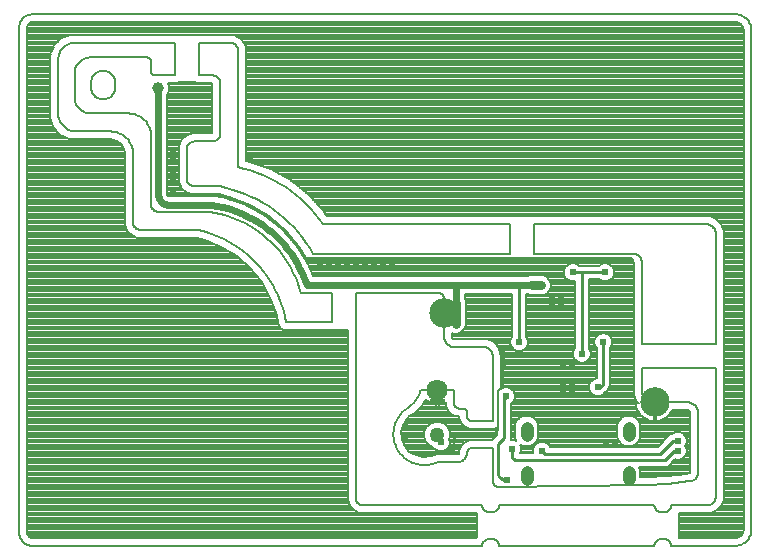
<source format=gbl>
G75*
G70*
%OFA0B0*%
%FSLAX24Y24*%
%IPPOS*%
%LPD*%
%AMOC8*
5,1,8,0,0,1.08239X$1,22.5*
%
%ADD10C,0.0050*%
%ADD11C,0.0004*%
%ADD12C,0.0433*%
%ADD13C,0.0500*%
%ADD14C,0.0709*%
%ADD15C,0.0984*%
%ADD16C,0.0240*%
%ADD17C,0.0080*%
%ADD18C,0.0220*%
%ADD19C,0.0100*%
%ADD20C,0.0200*%
%ADD21C,0.0240*%
%ADD22C,0.0390*%
%ADD23C,0.0300*%
%ADD24C,0.0280*%
D10*
X000929Y000534D02*
X015972Y000534D01*
X015972Y000562D01*
X015976Y000590D01*
X015983Y000617D01*
X015994Y000643D01*
X016008Y000667D01*
X016025Y000689D01*
X016045Y000709D01*
X016067Y000726D01*
X016091Y000740D01*
X016117Y000751D01*
X016144Y000758D01*
X016172Y000762D01*
X016322Y000762D01*
X016350Y000758D01*
X016377Y000751D01*
X016403Y000740D01*
X016427Y000726D01*
X016449Y000709D01*
X016469Y000689D01*
X016486Y000667D01*
X016500Y000643D01*
X016511Y000617D01*
X016518Y000590D01*
X016522Y000562D01*
X016522Y000534D01*
X021709Y000534D01*
X021709Y000562D01*
X021713Y000590D01*
X021720Y000617D01*
X021731Y000643D01*
X021745Y000667D01*
X021762Y000689D01*
X021782Y000709D01*
X021804Y000726D01*
X021828Y000740D01*
X021854Y000751D01*
X021881Y000758D01*
X021909Y000762D01*
X022059Y000762D01*
X022088Y000758D01*
X022115Y000751D01*
X022141Y000741D01*
X022166Y000727D01*
X022189Y000710D01*
X022209Y000690D01*
X022227Y000668D01*
X022241Y000643D01*
X022253Y000617D01*
X022260Y000590D01*
X022264Y000562D01*
X022265Y000534D01*
X022264Y000534D02*
X024328Y000534D01*
X024327Y000533D02*
X024374Y000530D01*
X024420Y000531D01*
X024466Y000536D01*
X024512Y000544D01*
X024556Y000557D01*
X024600Y000573D01*
X024642Y000592D01*
X024682Y000615D01*
X024720Y000641D01*
X024756Y000671D01*
X024790Y000703D01*
X024821Y000737D01*
X024848Y000775D01*
X024873Y000814D01*
X024894Y000855D01*
X024912Y000898D01*
X024926Y000942D01*
X024936Y000987D01*
X024943Y001033D01*
X024943Y001034D02*
X024943Y017752D01*
X024943Y017753D02*
X024936Y017798D01*
X024926Y017844D01*
X024911Y017888D01*
X024894Y017930D01*
X024872Y017971D01*
X024848Y018011D01*
X024820Y018048D01*
X024789Y018082D01*
X024756Y018114D01*
X024720Y018143D01*
X024682Y018170D01*
X024641Y018192D01*
X024599Y018212D01*
X024556Y018228D01*
X024511Y018240D01*
X024466Y018248D01*
X024420Y018253D01*
X024374Y018254D01*
X024327Y018251D01*
X024328Y018250D02*
X000929Y018250D01*
X000930Y018250D02*
X000889Y018243D01*
X000849Y018233D01*
X000809Y018219D01*
X000772Y018201D01*
X000736Y018180D01*
X000702Y018156D01*
X000671Y018129D01*
X000642Y018099D01*
X000616Y018066D01*
X000593Y018032D01*
X000574Y017995D01*
X000558Y017956D01*
X000546Y017917D01*
X000537Y017876D01*
X000532Y017835D01*
X000531Y017793D01*
X000534Y017752D01*
X000534Y001034D01*
X000531Y000993D01*
X000532Y000951D01*
X000537Y000910D01*
X000545Y000869D01*
X000558Y000829D01*
X000574Y000791D01*
X000593Y000754D01*
X000616Y000719D01*
X000642Y000686D01*
X000670Y000656D01*
X000702Y000629D01*
X000736Y000604D01*
X000772Y000583D01*
X000809Y000565D01*
X000848Y000551D01*
X000889Y000541D01*
X000930Y000534D01*
X009437Y007981D02*
X009399Y008165D01*
X009352Y008348D01*
X009296Y008528D01*
X009232Y008705D01*
X009159Y008878D01*
X009077Y009048D01*
X008988Y009214D01*
X008890Y009375D01*
X008785Y009532D01*
X008672Y009683D01*
X008552Y009828D01*
X008425Y009967D01*
X008291Y010100D01*
X008151Y010226D01*
X008005Y010345D01*
X007854Y010457D01*
X007697Y010562D01*
X007535Y010659D01*
X007369Y010747D01*
X007199Y010828D01*
X007025Y010900D01*
X006847Y010964D01*
X006667Y011019D01*
X006484Y011065D01*
X004578Y011065D01*
X004548Y011067D01*
X004518Y011072D01*
X004489Y011081D01*
X004462Y011094D01*
X004436Y011109D01*
X004412Y011128D01*
X004391Y011149D01*
X004372Y011173D01*
X004357Y011199D01*
X004344Y011226D01*
X004335Y011255D01*
X004330Y011285D01*
X004328Y011315D01*
X004328Y013595D01*
X004326Y013649D01*
X004320Y013702D01*
X004311Y013754D01*
X004298Y013806D01*
X004281Y013857D01*
X004260Y013907D01*
X004236Y013954D01*
X004209Y014000D01*
X004178Y014044D01*
X004145Y014086D01*
X004108Y014125D01*
X004069Y014162D01*
X004027Y014195D01*
X003983Y014226D01*
X003937Y014253D01*
X003890Y014277D01*
X003840Y014298D01*
X003789Y014315D01*
X003737Y014328D01*
X003685Y014337D01*
X003632Y014343D01*
X003578Y014345D01*
X002387Y014345D01*
X002341Y014350D01*
X002296Y014359D01*
X002251Y014371D01*
X002207Y014386D01*
X002165Y014405D01*
X002124Y014428D01*
X002085Y014453D01*
X002048Y014481D01*
X002014Y014512D01*
X001982Y014546D01*
X001953Y014582D01*
X001927Y014621D01*
X001903Y014661D01*
X001884Y014703D01*
X001867Y014746D01*
X001854Y014791D01*
X001844Y014836D01*
X001838Y014882D01*
X001836Y014928D01*
X001837Y014975D01*
X001837Y016756D01*
X001839Y016801D01*
X001845Y016847D01*
X001854Y016891D01*
X001867Y016935D01*
X001883Y016977D01*
X001903Y017018D01*
X001927Y017057D01*
X001953Y017094D01*
X001982Y017129D01*
X002014Y017161D01*
X002049Y017190D01*
X002086Y017216D01*
X002125Y017240D01*
X002166Y017260D01*
X002208Y017276D01*
X002252Y017289D01*
X002296Y017298D01*
X002342Y017304D01*
X002387Y017306D01*
X005733Y017306D01*
X005733Y016215D01*
X005078Y016215D01*
X005055Y016217D01*
X005032Y016222D01*
X005010Y016231D01*
X004990Y016244D01*
X004972Y016259D01*
X004957Y016277D01*
X004944Y016297D01*
X004935Y016319D01*
X004930Y016342D01*
X004928Y016365D01*
X004928Y016665D01*
X004926Y016688D01*
X004921Y016711D01*
X004912Y016733D01*
X004899Y016753D01*
X004884Y016771D01*
X004866Y016786D01*
X004846Y016799D01*
X004824Y016808D01*
X004801Y016813D01*
X004778Y016815D01*
X002928Y016815D01*
X002883Y016813D01*
X002837Y016807D01*
X002793Y016798D01*
X002749Y016785D01*
X002707Y016769D01*
X002666Y016749D01*
X002627Y016725D01*
X002590Y016699D01*
X002555Y016670D01*
X002523Y016638D01*
X002494Y016603D01*
X002468Y016566D01*
X002444Y016527D01*
X002424Y016486D01*
X002408Y016444D01*
X002395Y016400D01*
X002386Y016356D01*
X002380Y016310D01*
X002378Y016265D01*
X002378Y015495D01*
X002380Y015450D01*
X002386Y015404D01*
X002395Y015360D01*
X002408Y015316D01*
X002424Y015274D01*
X002444Y015233D01*
X002468Y015194D01*
X002494Y015157D01*
X002523Y015122D01*
X002555Y015090D01*
X002590Y015061D01*
X002627Y015035D01*
X002666Y015011D01*
X002707Y014991D01*
X002749Y014975D01*
X002793Y014962D01*
X002837Y014953D01*
X002883Y014947D01*
X002928Y014945D01*
X004178Y014945D01*
X004232Y014943D01*
X004285Y014937D01*
X004337Y014928D01*
X004389Y014915D01*
X004440Y014898D01*
X004490Y014877D01*
X004537Y014853D01*
X004583Y014826D01*
X004627Y014795D01*
X004669Y014762D01*
X004708Y014725D01*
X004745Y014686D01*
X004778Y014644D01*
X004809Y014600D01*
X004836Y014554D01*
X004860Y014507D01*
X004881Y014457D01*
X004898Y014406D01*
X004911Y014354D01*
X004920Y014302D01*
X004926Y014249D01*
X004928Y014195D01*
X004928Y011915D01*
X004930Y011885D01*
X004935Y011855D01*
X004944Y011826D01*
X004957Y011799D01*
X004972Y011773D01*
X004991Y011749D01*
X005012Y011728D01*
X005036Y011709D01*
X005062Y011694D01*
X005089Y011681D01*
X005118Y011672D01*
X005148Y011667D01*
X005178Y011665D01*
X006878Y011665D01*
X007228Y012515D02*
X006378Y012515D01*
X006348Y012517D01*
X006318Y012522D01*
X006289Y012531D01*
X006262Y012544D01*
X006236Y012559D01*
X006212Y012578D01*
X006191Y012599D01*
X006172Y012623D01*
X006157Y012649D01*
X006144Y012676D01*
X006135Y012705D01*
X006130Y012735D01*
X006128Y012765D01*
X006128Y013765D01*
X006130Y013795D01*
X006135Y013825D01*
X006144Y013854D01*
X006157Y013881D01*
X006172Y013907D01*
X006191Y013931D01*
X006212Y013952D01*
X006236Y013971D01*
X006262Y013986D01*
X006289Y013999D01*
X006318Y014008D01*
X006348Y014013D01*
X006378Y014015D01*
X006978Y014015D01*
X007008Y014017D01*
X007038Y014022D01*
X007067Y014031D01*
X007094Y014044D01*
X007120Y014059D01*
X007144Y014078D01*
X007165Y014099D01*
X007184Y014123D01*
X007199Y014149D01*
X007212Y014176D01*
X007221Y014205D01*
X007226Y014235D01*
X007228Y014265D01*
X007228Y015965D01*
X007226Y015995D01*
X007221Y016025D01*
X007212Y016054D01*
X007199Y016081D01*
X007184Y016107D01*
X007165Y016131D01*
X007144Y016152D01*
X007120Y016171D01*
X007094Y016186D01*
X007067Y016199D01*
X007038Y016208D01*
X007008Y016213D01*
X006978Y016215D01*
X006521Y016215D01*
X006521Y017306D01*
X007568Y017306D01*
X007569Y017306D02*
X007599Y017304D01*
X007628Y017299D01*
X007657Y017291D01*
X007684Y017279D01*
X007710Y017263D01*
X007734Y017245D01*
X007755Y017224D01*
X007774Y017201D01*
X007790Y017175D01*
X007802Y017148D01*
X007811Y017119D01*
X007817Y017090D01*
X007819Y017060D01*
X007818Y017060D02*
X007818Y013156D01*
X010657Y011256D02*
X016908Y011256D01*
X016908Y010259D01*
X010328Y010259D01*
X009928Y008965D02*
X010960Y008965D01*
X010960Y007981D01*
X009437Y007981D01*
X011747Y008965D02*
X011747Y002142D01*
X011747Y002141D02*
X011748Y002112D01*
X011752Y002083D01*
X011760Y002054D01*
X011771Y002027D01*
X011786Y002001D01*
X011803Y001977D01*
X011823Y001955D01*
X011846Y001936D01*
X011871Y001920D01*
X011897Y001907D01*
X011925Y001897D01*
X011954Y001891D01*
X011984Y001888D01*
X011983Y001888D02*
X015972Y001888D01*
X015972Y001860D01*
X015976Y001832D01*
X015983Y001805D01*
X015994Y001779D01*
X016008Y001755D01*
X016025Y001733D01*
X016045Y001713D01*
X016067Y001696D01*
X016091Y001682D01*
X016117Y001671D01*
X016144Y001664D01*
X016172Y001660D01*
X016322Y001660D01*
X016350Y001664D01*
X016377Y001671D01*
X016403Y001682D01*
X016427Y001696D01*
X016449Y001713D01*
X016469Y001733D01*
X016486Y001755D01*
X016500Y001779D01*
X016511Y001805D01*
X016518Y001832D01*
X016522Y001860D01*
X016522Y001888D01*
X021709Y001888D01*
X021709Y001860D01*
X021713Y001832D01*
X021720Y001805D01*
X021731Y001779D01*
X021745Y001755D01*
X021762Y001733D01*
X021782Y001713D01*
X021804Y001696D01*
X021828Y001682D01*
X021854Y001671D01*
X021881Y001664D01*
X021909Y001660D01*
X022059Y001660D01*
X022088Y001664D01*
X022115Y001671D01*
X022141Y001681D01*
X022166Y001695D01*
X022189Y001712D01*
X022209Y001732D01*
X022227Y001754D01*
X022241Y001779D01*
X022253Y001805D01*
X022260Y001832D01*
X022264Y001860D01*
X022265Y001888D01*
X022264Y001888D02*
X023464Y001888D01*
X023497Y001890D01*
X023530Y001896D01*
X023562Y001905D01*
X023592Y001918D01*
X023621Y001935D01*
X023648Y001954D01*
X023673Y001976D01*
X023695Y002001D01*
X023714Y002028D01*
X023730Y002058D01*
X023742Y002088D01*
X023751Y002120D01*
X023756Y002153D01*
X023758Y002186D01*
X023758Y006464D01*
X021278Y006464D01*
X021278Y005715D01*
X021282Y005676D01*
X021290Y005637D01*
X021301Y005600D01*
X021315Y005563D01*
X021333Y005528D01*
X021355Y005495D01*
X021379Y005464D01*
X021406Y005435D01*
X021435Y005409D01*
X021467Y005386D01*
X021500Y005365D01*
X021536Y005348D01*
X021573Y005334D01*
X021611Y005324D01*
X021649Y005317D01*
X021689Y005314D01*
X021728Y005315D01*
X022828Y005315D01*
X022827Y005316D02*
X022863Y005311D01*
X022899Y005303D01*
X022933Y005291D01*
X022967Y005276D01*
X022998Y005258D01*
X023028Y005237D01*
X023055Y005213D01*
X023080Y005186D01*
X023102Y005157D01*
X023121Y005126D01*
X023137Y005094D01*
X023150Y005059D01*
X023160Y005024D01*
X023166Y004988D01*
X023168Y004952D01*
X023167Y004916D01*
X023167Y004915D02*
X023167Y002977D01*
X023165Y002944D01*
X023160Y002912D01*
X023151Y002880D01*
X023138Y002849D01*
X023122Y002821D01*
X023103Y002794D01*
X023081Y002769D01*
X023056Y002747D01*
X023029Y002728D01*
X023001Y002712D01*
X022970Y002699D01*
X022938Y002690D01*
X022906Y002685D01*
X022873Y002683D01*
X021424Y002565D02*
X016564Y002479D01*
X016534Y002481D01*
X016504Y002486D01*
X016475Y002495D01*
X016448Y002508D01*
X016422Y002523D01*
X016398Y002542D01*
X016377Y002563D01*
X016358Y002587D01*
X016343Y002613D01*
X016330Y002640D01*
X016321Y002669D01*
X016316Y002699D01*
X016314Y002729D01*
X016314Y003798D01*
X015645Y003798D01*
X015622Y003799D01*
X015599Y003796D01*
X015576Y003790D01*
X015555Y003780D01*
X015535Y003768D01*
X015517Y003753D01*
X015502Y003736D01*
X015489Y003716D01*
X015479Y003695D01*
X015472Y003673D01*
X015469Y003650D01*
X015468Y003649D02*
X015467Y003616D01*
X015462Y003583D01*
X015453Y003551D01*
X015442Y003520D01*
X015427Y003490D01*
X015409Y003462D01*
X015388Y003436D01*
X015365Y003412D01*
X015340Y003391D01*
X015312Y003372D01*
X015282Y003357D01*
X015251Y003345D01*
X015219Y003336D01*
X015186Y003330D01*
X015153Y003328D01*
X014493Y003328D01*
X014436Y003302D01*
X014377Y003280D01*
X014317Y003262D01*
X014255Y003248D01*
X014193Y003237D01*
X014131Y003230D01*
X014068Y003226D01*
X014005Y003227D01*
X013942Y003231D01*
X013880Y003239D01*
X013818Y003251D01*
X013757Y003267D01*
X013697Y003286D01*
X013639Y003309D01*
X013582Y003335D01*
X013526Y003365D01*
X013473Y003398D01*
X013421Y003434D01*
X013372Y003473D01*
X013326Y003515D01*
X013281Y003560D01*
X013240Y003608D01*
X013202Y003658D01*
X013167Y003710D01*
X013135Y003764D01*
X013106Y003820D01*
X013081Y003878D01*
X013059Y003937D01*
X013041Y003997D01*
X013027Y004058D01*
X013016Y004120D01*
X013009Y004183D01*
X013006Y004246D01*
X013007Y004308D01*
X013011Y004371D01*
X013020Y004434D01*
X013032Y004495D01*
X013048Y004556D01*
X013067Y004616D01*
X013090Y004675D01*
X013117Y004732D01*
X013147Y004787D01*
X013180Y004840D01*
X013216Y004892D01*
X013256Y004941D01*
X013298Y004987D01*
X013343Y005031D01*
X013391Y005072D01*
X013441Y005110D01*
X013928Y005738D02*
X015028Y005738D01*
X015028Y005288D01*
X015029Y005288D02*
X015028Y005264D01*
X015031Y005241D01*
X015038Y005219D01*
X015047Y005197D01*
X015059Y005177D01*
X015075Y005160D01*
X015092Y005144D01*
X015112Y005131D01*
X015133Y005121D01*
X015155Y005114D01*
X015178Y005111D01*
X015178Y005110D02*
X015318Y005110D01*
X015341Y005106D01*
X015363Y005100D01*
X015384Y005091D01*
X015403Y005078D01*
X015421Y005063D01*
X015436Y005046D01*
X015448Y005027D01*
X015458Y005006D01*
X015464Y004984D01*
X015468Y004961D01*
X015468Y004938D01*
X015468Y004876D01*
X015469Y004876D02*
X015468Y004853D01*
X015471Y004830D01*
X015477Y004808D01*
X015486Y004787D01*
X015498Y004767D01*
X015512Y004749D01*
X015529Y004733D01*
X015548Y004720D01*
X015569Y004710D01*
X015591Y004703D01*
X015614Y004699D01*
X015613Y004698D02*
X016314Y004698D01*
X016314Y006881D01*
X016314Y006880D02*
X016310Y006913D01*
X016303Y006944D01*
X016293Y006975D01*
X016279Y007005D01*
X016262Y007032D01*
X016242Y007058D01*
X016219Y007081D01*
X016193Y007101D01*
X016166Y007119D01*
X016137Y007133D01*
X016106Y007144D01*
X016074Y007152D01*
X016042Y007155D01*
X016010Y007156D01*
X016009Y007156D02*
X015014Y007156D01*
X014979Y007160D01*
X014944Y007169D01*
X014910Y007180D01*
X014878Y007195D01*
X014847Y007214D01*
X014819Y007236D01*
X014793Y007260D01*
X014770Y007287D01*
X014749Y007316D01*
X014732Y007348D01*
X014718Y007381D01*
X014708Y007415D01*
X014701Y007450D01*
X014698Y007485D01*
X014699Y007521D01*
X014699Y008765D01*
X014700Y008765D02*
X014697Y008792D01*
X014690Y008819D01*
X014680Y008845D01*
X014666Y008869D01*
X014650Y008891D01*
X014630Y008911D01*
X014609Y008928D01*
X014585Y008942D01*
X014560Y008953D01*
X014533Y008960D01*
X014506Y008964D01*
X014478Y008965D01*
X011747Y008965D01*
X013928Y005738D02*
X013910Y005678D01*
X013888Y005619D01*
X013862Y005562D01*
X013833Y005506D01*
X013801Y005453D01*
X013765Y005401D01*
X013727Y005351D01*
X013686Y005304D01*
X013641Y005259D01*
X013595Y005218D01*
X013545Y005179D01*
X013494Y005143D01*
X013440Y005110D01*
X010657Y011256D02*
X010530Y011434D01*
X010394Y011605D01*
X010250Y011770D01*
X010099Y011928D01*
X009940Y012078D01*
X009774Y012221D01*
X009601Y012356D01*
X009422Y012482D01*
X009238Y012599D01*
X009047Y012707D01*
X008852Y012806D01*
X008653Y012896D01*
X008449Y012976D01*
X008242Y013046D01*
X008031Y013106D01*
X007818Y013156D01*
X003728Y015815D02*
X003728Y015965D01*
X003726Y016004D01*
X003720Y016043D01*
X003711Y016081D01*
X003698Y016118D01*
X003681Y016154D01*
X003661Y016187D01*
X003637Y016219D01*
X003611Y016248D01*
X003582Y016274D01*
X003550Y016298D01*
X003517Y016318D01*
X003481Y016335D01*
X003444Y016348D01*
X003406Y016357D01*
X003367Y016363D01*
X003328Y016365D01*
X003289Y016363D01*
X003250Y016357D01*
X003212Y016348D01*
X003175Y016335D01*
X003139Y016318D01*
X003106Y016298D01*
X003074Y016274D01*
X003045Y016248D01*
X003019Y016219D01*
X002995Y016187D01*
X002975Y016154D01*
X002958Y016118D01*
X002945Y016081D01*
X002936Y016043D01*
X002930Y016004D01*
X002928Y015965D01*
X002928Y015815D01*
X002930Y015776D01*
X002936Y015737D01*
X002945Y015699D01*
X002958Y015662D01*
X002975Y015626D01*
X002995Y015593D01*
X003019Y015561D01*
X003045Y015532D01*
X003074Y015506D01*
X003106Y015482D01*
X003139Y015462D01*
X003175Y015445D01*
X003212Y015432D01*
X003250Y015423D01*
X003289Y015417D01*
X003328Y015415D01*
X003367Y015417D01*
X003406Y015423D01*
X003444Y015432D01*
X003481Y015445D01*
X003517Y015462D01*
X003550Y015482D01*
X003582Y015506D01*
X003611Y015532D01*
X003637Y015561D01*
X003661Y015593D01*
X003681Y015626D01*
X003698Y015662D01*
X003711Y015699D01*
X003720Y015737D01*
X003726Y015776D01*
X003728Y015815D01*
X007228Y012515D02*
X007443Y012468D01*
X007655Y012410D01*
X007864Y012342D01*
X008070Y012264D01*
X008271Y012176D01*
X008469Y012079D01*
X008661Y011972D01*
X008847Y011856D01*
X009028Y011730D01*
X009203Y011597D01*
X009371Y011455D01*
X009532Y011305D01*
X009685Y011147D01*
X009831Y010983D01*
X009968Y010811D01*
X010097Y010633D01*
X010217Y010449D01*
X010328Y010259D01*
X009928Y008965D02*
X009877Y009137D01*
X009818Y009307D01*
X009751Y009474D01*
X009675Y009637D01*
X009592Y009797D01*
X009501Y009952D01*
X009403Y010102D01*
X009298Y010248D01*
X009185Y010388D01*
X009066Y010523D01*
X008941Y010652D01*
X008809Y010774D01*
X008671Y010890D01*
X008528Y010999D01*
X008380Y011101D01*
X008227Y011195D01*
X008070Y011282D01*
X007909Y011362D01*
X007744Y011433D01*
X007576Y011496D01*
X007404Y011551D01*
X007231Y011598D01*
X007055Y011636D01*
X006878Y011665D01*
X017695Y011256D02*
X017695Y010259D01*
X021028Y010259D01*
X021058Y010258D01*
X021087Y010253D01*
X021116Y010244D01*
X021143Y010232D01*
X021169Y010217D01*
X021192Y010199D01*
X021214Y010178D01*
X021232Y010155D01*
X021248Y010130D01*
X021261Y010103D01*
X021270Y010074D01*
X021276Y010045D01*
X021278Y010015D01*
X021278Y007252D01*
X023758Y007252D01*
X023758Y010915D01*
X023757Y010916D02*
X023756Y010951D01*
X023751Y010985D01*
X023742Y011019D01*
X023730Y011052D01*
X023715Y011084D01*
X023696Y011114D01*
X023674Y011141D01*
X023650Y011166D01*
X023623Y011189D01*
X023594Y011208D01*
X023563Y011225D01*
X023531Y011238D01*
X023497Y011248D01*
X023462Y011254D01*
X023427Y011256D01*
X023428Y011256D02*
X017695Y011256D01*
X021424Y002565D02*
X022150Y002608D01*
X022873Y002683D01*
D11*
X020956Y002742D02*
X020956Y002986D01*
X020955Y002986D02*
X020953Y003006D01*
X020948Y003025D01*
X020939Y003043D01*
X020927Y003059D01*
X020912Y003072D01*
X020895Y003083D01*
X020877Y003090D01*
X020857Y003094D01*
X020837Y003094D01*
X020817Y003090D01*
X020799Y003083D01*
X020782Y003072D01*
X020767Y003059D01*
X020755Y003043D01*
X020746Y003025D01*
X020741Y003006D01*
X020739Y002986D01*
X020739Y002742D01*
X020741Y002722D01*
X020746Y002703D01*
X020755Y002685D01*
X020767Y002669D01*
X020782Y002656D01*
X020799Y002645D01*
X020817Y002638D01*
X020837Y002634D01*
X020857Y002634D01*
X020877Y002638D01*
X020895Y002645D01*
X020912Y002656D01*
X020927Y002669D01*
X020939Y002685D01*
X020948Y002703D01*
X020953Y002722D01*
X020955Y002742D01*
X020956Y004238D02*
X020956Y004483D01*
X020955Y004483D02*
X020953Y004503D01*
X020948Y004522D01*
X020939Y004540D01*
X020927Y004556D01*
X020912Y004569D01*
X020895Y004580D01*
X020877Y004587D01*
X020857Y004591D01*
X020837Y004591D01*
X020817Y004587D01*
X020799Y004580D01*
X020782Y004569D01*
X020767Y004556D01*
X020755Y004540D01*
X020746Y004522D01*
X020741Y004503D01*
X020739Y004483D01*
X020739Y004238D01*
X020741Y004218D01*
X020746Y004199D01*
X020755Y004181D01*
X020767Y004165D01*
X020782Y004152D01*
X020799Y004141D01*
X020817Y004134D01*
X020837Y004130D01*
X020857Y004130D01*
X020877Y004134D01*
X020895Y004141D01*
X020912Y004152D01*
X020927Y004165D01*
X020939Y004181D01*
X020948Y004199D01*
X020953Y004218D01*
X020955Y004238D01*
X017554Y004238D02*
X017554Y004483D01*
X017552Y004503D01*
X017547Y004522D01*
X017538Y004540D01*
X017526Y004556D01*
X017511Y004569D01*
X017494Y004580D01*
X017476Y004587D01*
X017456Y004591D01*
X017436Y004591D01*
X017416Y004587D01*
X017398Y004580D01*
X017381Y004569D01*
X017366Y004556D01*
X017354Y004540D01*
X017345Y004522D01*
X017340Y004503D01*
X017338Y004483D01*
X017338Y004238D01*
X017340Y004218D01*
X017345Y004199D01*
X017354Y004181D01*
X017366Y004165D01*
X017381Y004152D01*
X017398Y004141D01*
X017416Y004134D01*
X017436Y004130D01*
X017456Y004130D01*
X017476Y004134D01*
X017494Y004141D01*
X017511Y004152D01*
X017526Y004165D01*
X017538Y004181D01*
X017547Y004199D01*
X017552Y004218D01*
X017554Y004238D01*
X017554Y002986D02*
X017554Y002742D01*
X017552Y002722D01*
X017547Y002703D01*
X017538Y002685D01*
X017526Y002669D01*
X017511Y002656D01*
X017494Y002645D01*
X017476Y002638D01*
X017456Y002634D01*
X017436Y002634D01*
X017416Y002638D01*
X017398Y002645D01*
X017381Y002656D01*
X017366Y002669D01*
X017354Y002685D01*
X017345Y002703D01*
X017340Y002722D01*
X017338Y002742D01*
X017338Y002986D01*
X017340Y003006D01*
X017345Y003025D01*
X017354Y003043D01*
X017366Y003059D01*
X017381Y003072D01*
X017398Y003083D01*
X017416Y003090D01*
X017436Y003094D01*
X017456Y003094D01*
X017476Y003090D01*
X017494Y003083D01*
X017511Y003072D01*
X017526Y003059D01*
X017538Y003043D01*
X017547Y003025D01*
X017552Y003006D01*
X017554Y002986D01*
D12*
X017446Y002744D02*
X017446Y002744D01*
X017446Y002980D01*
X017446Y002980D01*
X017446Y002744D01*
X017446Y004241D02*
X017446Y004241D01*
X017446Y004477D01*
X017446Y004477D01*
X017446Y004241D01*
X020847Y004241D02*
X020847Y004241D01*
X020847Y004477D01*
X020847Y004477D01*
X020847Y004241D01*
X020847Y002744D02*
X020847Y002744D01*
X020847Y002980D01*
X020847Y002980D01*
X020847Y002744D01*
D13*
X014468Y004240D03*
D14*
X014477Y005728D03*
D15*
X014710Y008279D03*
X021725Y005319D03*
D16*
X022484Y004034D03*
X022484Y003704D03*
X020383Y003935D03*
X020083Y003935D03*
X017964Y003709D03*
X016960Y003762D03*
X016784Y002734D03*
X014797Y003670D03*
X014584Y003980D03*
X013398Y004190D03*
X013398Y004490D03*
X014323Y005340D03*
X014623Y005340D03*
X016760Y005514D03*
X018653Y005726D03*
X018653Y005996D03*
X018953Y005996D03*
X018953Y005726D03*
X018953Y006266D03*
X018953Y006536D03*
X018653Y006536D03*
X018653Y006266D03*
X019284Y006934D03*
X020009Y007314D03*
X018603Y008216D03*
X018303Y008216D03*
X018303Y008516D03*
X018303Y008816D03*
X018603Y008816D03*
X018603Y008516D03*
X018984Y009646D03*
X020064Y009646D03*
X020308Y010015D03*
X020608Y010015D03*
X020908Y010015D03*
X017200Y007314D03*
X015084Y007929D03*
X015084Y008629D03*
X012958Y009965D03*
X012658Y009965D03*
X012358Y009965D03*
X012058Y009965D03*
X011758Y009965D03*
X011458Y009965D03*
X011158Y009965D03*
X010858Y009965D03*
X010558Y009965D03*
X008215Y013484D03*
X005658Y013385D03*
X005658Y013035D03*
X005658Y012685D03*
X005658Y012335D03*
X005658Y013735D03*
X019823Y005823D03*
D17*
X019604Y006029D02*
X016579Y006029D01*
X016579Y006107D02*
X019726Y006107D01*
X019763Y006123D02*
X019653Y006077D01*
X019568Y005993D01*
X019523Y005882D01*
X019523Y005763D01*
X019568Y005653D01*
X019653Y005568D01*
X019763Y005523D01*
X019882Y005523D01*
X019993Y005568D01*
X020077Y005653D01*
X020089Y005682D01*
X020127Y005704D01*
X020127Y005704D01*
X020127Y005704D01*
X020239Y005897D01*
X020239Y007119D01*
X020263Y007144D01*
X020309Y007254D01*
X020309Y007373D01*
X020263Y007484D01*
X020179Y007568D01*
X020068Y007614D01*
X019949Y007614D01*
X019839Y007568D01*
X019754Y007484D01*
X019709Y007373D01*
X019709Y007254D01*
X019754Y007144D01*
X019779Y007119D01*
X019779Y006123D01*
X019763Y006123D01*
X019779Y006186D02*
X016579Y006186D01*
X016579Y006264D02*
X019779Y006264D01*
X019779Y006343D02*
X016579Y006343D01*
X016579Y006421D02*
X019779Y006421D01*
X019779Y006500D02*
X016579Y006500D01*
X016579Y006578D02*
X019779Y006578D01*
X019779Y006657D02*
X019399Y006657D01*
X019454Y006679D02*
X019538Y006764D01*
X019584Y006874D01*
X019584Y006993D01*
X019538Y007104D01*
X019514Y007128D01*
X019770Y007128D01*
X019779Y007049D02*
X019561Y007049D01*
X019584Y006971D02*
X019779Y006971D01*
X019779Y006892D02*
X019584Y006892D01*
X019559Y006814D02*
X019779Y006814D01*
X019779Y006735D02*
X019509Y006735D01*
X019454Y006679D02*
X019343Y006634D01*
X019224Y006634D01*
X019114Y006679D01*
X019029Y006764D01*
X018984Y006874D01*
X018984Y006993D01*
X019029Y007104D01*
X019054Y007128D01*
X019054Y009350D01*
X019043Y009346D01*
X018924Y009346D01*
X018814Y009391D01*
X018729Y009476D01*
X018684Y009586D01*
X018684Y009705D01*
X018729Y009816D01*
X018814Y009900D01*
X018924Y009946D01*
X019043Y009946D01*
X019154Y009900D01*
X019178Y009876D01*
X019869Y009876D01*
X019894Y009900D01*
X020004Y009946D01*
X020123Y009946D01*
X020234Y009900D01*
X020318Y009816D01*
X020364Y009705D01*
X020364Y009586D01*
X020318Y009476D01*
X020234Y009391D01*
X020123Y009346D01*
X020004Y009346D01*
X019894Y009391D01*
X019869Y009416D01*
X019514Y009416D01*
X019514Y007128D01*
X019514Y007206D02*
X019729Y007206D01*
X019709Y007285D02*
X019514Y007285D01*
X019514Y007363D02*
X019709Y007363D01*
X019737Y007442D02*
X019514Y007442D01*
X019514Y007520D02*
X019791Y007520D01*
X019913Y007599D02*
X019514Y007599D01*
X019514Y007677D02*
X021013Y007677D01*
X021013Y007599D02*
X020105Y007599D01*
X020226Y007520D02*
X021013Y007520D01*
X021013Y007442D02*
X020280Y007442D01*
X020309Y007363D02*
X021013Y007363D01*
X021013Y007285D02*
X020309Y007285D01*
X020289Y007206D02*
X021013Y007206D01*
X021013Y007200D02*
X021017Y007190D01*
X021017Y006527D01*
X021013Y006517D01*
X021013Y005760D01*
X021010Y005752D01*
X021013Y005707D01*
X021013Y005662D01*
X021016Y005655D01*
X021021Y005562D01*
X021098Y005403D01*
X021093Y005368D01*
X021093Y005359D01*
X021120Y005359D01*
X021141Y005315D01*
X021182Y005279D01*
X021093Y005279D01*
X021093Y005269D01*
X021109Y005171D01*
X021139Y005076D01*
X021184Y004987D01*
X021243Y004907D01*
X021313Y004836D01*
X021394Y004778D01*
X021482Y004733D01*
X021577Y004702D01*
X021675Y004686D01*
X021685Y004686D01*
X021685Y005047D01*
X021736Y005050D01*
X021765Y005050D01*
X021765Y004686D01*
X021775Y004686D01*
X021873Y004702D01*
X021968Y004733D01*
X022056Y004778D01*
X022137Y004836D01*
X022207Y004907D01*
X022266Y004987D01*
X022298Y005050D01*
X022811Y005050D01*
X022827Y005047D01*
X022863Y005028D01*
X022890Y004997D01*
X022902Y004959D01*
X022902Y004926D01*
X022899Y004884D01*
X022902Y004874D01*
X022902Y002977D01*
X022902Y002971D01*
X022897Y002961D01*
X022889Y002953D01*
X022887Y002952D01*
X022857Y002948D01*
X022821Y002948D01*
X022808Y002942D01*
X022129Y002872D01*
X021416Y002830D01*
X021244Y002827D01*
X021244Y003059D01*
X021197Y003174D01*
X021971Y003174D01*
X021972Y003172D01*
X022066Y003174D01*
X022159Y003174D01*
X022161Y003175D01*
X022163Y003175D01*
X022228Y003242D01*
X022294Y003308D01*
X022294Y003311D01*
X022395Y003416D01*
X022424Y003404D01*
X022543Y003404D01*
X022654Y003449D01*
X022738Y003534D01*
X022784Y003644D01*
X022784Y003763D01*
X022740Y003869D01*
X022784Y003974D01*
X022784Y004093D01*
X022738Y004204D01*
X022654Y004288D01*
X022543Y004334D01*
X022424Y004334D01*
X022314Y004288D01*
X022289Y004264D01*
X022238Y004264D01*
X021813Y003839D01*
X018235Y003839D01*
X018218Y003879D01*
X018134Y003963D01*
X018023Y004009D01*
X017904Y004009D01*
X017794Y003963D01*
X017709Y003879D01*
X017664Y003768D01*
X017664Y003649D01*
X017670Y003634D01*
X017231Y003634D01*
X017260Y003703D01*
X017260Y003822D01*
X017227Y003902D01*
X017367Y003844D01*
X017525Y003844D01*
X017670Y003904D01*
X017782Y004016D01*
X017842Y004162D01*
X017842Y004556D01*
X017782Y004701D01*
X017670Y004813D01*
X017525Y004873D01*
X017367Y004873D01*
X017221Y004813D01*
X017110Y004701D01*
X017049Y004556D01*
X017049Y004162D01*
X017105Y004027D01*
X017020Y004062D01*
X016914Y004062D01*
X016914Y005253D01*
X016930Y005259D01*
X017014Y005344D01*
X017060Y005454D01*
X017060Y005573D01*
X017014Y005684D01*
X016930Y005768D01*
X016820Y005814D01*
X016700Y005814D01*
X016590Y005768D01*
X016579Y005757D01*
X016579Y006835D01*
X016581Y006841D01*
X016579Y006887D01*
X016579Y006933D01*
X016576Y006940D01*
X016573Y007004D01*
X016478Y007204D01*
X016315Y007352D01*
X016315Y007352D01*
X016106Y007426D01*
X016003Y007421D01*
X015030Y007421D01*
X015019Y007423D01*
X014993Y007436D01*
X014973Y007459D01*
X014964Y007486D01*
X014964Y007511D01*
X014968Y007554D01*
X014964Y007564D01*
X014964Y007626D01*
X015018Y007604D01*
X015149Y007604D01*
X015271Y007654D01*
X015363Y007747D01*
X015414Y007868D01*
X015414Y008694D01*
X015384Y008767D01*
X015384Y008915D01*
X016970Y008915D01*
X016970Y007508D01*
X016945Y007484D01*
X016900Y007373D01*
X016900Y007254D01*
X016945Y007144D01*
X017030Y007059D01*
X017140Y007014D01*
X017259Y007014D01*
X017370Y007059D01*
X017454Y007144D01*
X017500Y007254D01*
X017500Y007373D01*
X017454Y007484D01*
X017430Y007508D01*
X017430Y008915D01*
X017477Y008915D01*
X017550Y008885D01*
X017989Y008885D01*
X018111Y008935D01*
X018203Y009028D01*
X018254Y009150D01*
X018254Y009281D01*
X018203Y009402D01*
X018111Y009495D01*
X017989Y009545D01*
X017550Y009545D01*
X017477Y009515D01*
X010331Y009515D01*
X010328Y009523D01*
X010328Y009525D01*
X010306Y009578D01*
X010284Y009632D01*
X010283Y009633D01*
X010168Y009921D01*
X010168Y009921D01*
X009777Y010553D01*
X009282Y011106D01*
X009282Y011106D01*
X009282Y011106D01*
X008698Y011566D01*
X008044Y011916D01*
X008193Y011916D01*
X008234Y011900D02*
X008872Y011516D01*
X009433Y011028D01*
X009901Y010449D01*
X010090Y010140D01*
X010103Y010109D01*
X010114Y010098D01*
X010121Y010085D01*
X010151Y010061D01*
X010178Y010034D01*
X010192Y010028D01*
X010204Y010019D01*
X010240Y010008D01*
X010275Y009994D01*
X010290Y009994D01*
X010305Y009990D01*
X010343Y009994D01*
X016960Y009994D01*
X016966Y009996D01*
X017637Y009996D01*
X017642Y009994D01*
X020977Y009994D01*
X020978Y009993D01*
X021013Y009994D01*
X021013Y007200D01*
X021017Y007128D02*
X020247Y007128D01*
X020239Y007049D02*
X021017Y007049D01*
X021017Y006971D02*
X020239Y006971D01*
X020239Y006892D02*
X021017Y006892D01*
X021017Y006814D02*
X020239Y006814D01*
X020239Y006735D02*
X021017Y006735D01*
X021017Y006657D02*
X020239Y006657D01*
X020239Y006578D02*
X021017Y006578D01*
X021013Y006500D02*
X020239Y006500D01*
X020239Y006421D02*
X021013Y006421D01*
X021013Y006343D02*
X020239Y006343D01*
X020239Y006264D02*
X021013Y006264D01*
X021013Y006186D02*
X020239Y006186D01*
X020239Y006107D02*
X021013Y006107D01*
X021013Y006029D02*
X020239Y006029D01*
X020239Y005950D02*
X021013Y005950D01*
X021013Y005872D02*
X020224Y005872D01*
X020179Y005793D02*
X021013Y005793D01*
X021012Y005715D02*
X020133Y005715D01*
X020060Y005636D02*
X021017Y005636D01*
X021021Y005562D02*
X021021Y005562D01*
X021024Y005558D02*
X019967Y005558D01*
X019678Y005558D02*
X017060Y005558D01*
X017060Y005479D02*
X021062Y005479D01*
X021098Y005401D02*
X017038Y005401D01*
X016993Y005322D02*
X021138Y005322D01*
X021141Y005315D02*
X021141Y005315D01*
X021097Y005244D02*
X016914Y005244D01*
X016914Y005165D02*
X021110Y005165D01*
X021136Y005087D02*
X016914Y005087D01*
X016914Y005008D02*
X021174Y005008D01*
X021226Y004930D02*
X016914Y004930D01*
X016914Y004851D02*
X017314Y004851D01*
X017181Y004773D02*
X016914Y004773D01*
X016914Y004694D02*
X017107Y004694D01*
X017074Y004616D02*
X016914Y004616D01*
X016914Y004537D02*
X017049Y004537D01*
X017049Y004459D02*
X016914Y004459D01*
X016914Y004380D02*
X017049Y004380D01*
X017049Y004302D02*
X016914Y004302D01*
X016914Y004223D02*
X017049Y004223D01*
X017056Y004145D02*
X016914Y004145D01*
X016914Y004066D02*
X017089Y004066D01*
X017257Y003831D02*
X017690Y003831D01*
X017675Y003909D02*
X017740Y003909D01*
X017754Y003988D02*
X017853Y003988D01*
X017803Y004066D02*
X020490Y004066D01*
X020511Y004016D02*
X020623Y003904D01*
X020769Y003844D01*
X020926Y003844D01*
X021072Y003904D01*
X021184Y004016D01*
X021244Y004162D01*
X021244Y004556D01*
X021184Y004701D01*
X021072Y004813D01*
X020926Y004873D01*
X020769Y004873D01*
X020623Y004813D01*
X020511Y004701D01*
X020451Y004556D01*
X020451Y004162D01*
X020511Y004016D01*
X020539Y003988D02*
X018074Y003988D01*
X018187Y003909D02*
X020618Y003909D01*
X020458Y004145D02*
X017835Y004145D01*
X017842Y004223D02*
X020451Y004223D01*
X020451Y004302D02*
X017842Y004302D01*
X017842Y004380D02*
X020451Y004380D01*
X020451Y004459D02*
X017842Y004459D01*
X017842Y004537D02*
X020451Y004537D01*
X020476Y004616D02*
X017817Y004616D01*
X017785Y004694D02*
X020508Y004694D01*
X020583Y004773D02*
X017711Y004773D01*
X017578Y004851D02*
X020715Y004851D01*
X020979Y004851D02*
X021299Y004851D01*
X021404Y004773D02*
X021112Y004773D01*
X021186Y004694D02*
X021627Y004694D01*
X021685Y004694D02*
X021765Y004694D01*
X021824Y004694D02*
X022902Y004694D01*
X022902Y004616D02*
X021219Y004616D01*
X021244Y004537D02*
X022902Y004537D01*
X022902Y004459D02*
X021244Y004459D01*
X021244Y004380D02*
X022902Y004380D01*
X022902Y004302D02*
X022621Y004302D01*
X022718Y004223D02*
X022902Y004223D01*
X022902Y004145D02*
X022762Y004145D01*
X022784Y004066D02*
X022902Y004066D01*
X022902Y003988D02*
X022784Y003988D01*
X022757Y003909D02*
X022902Y003909D01*
X022902Y003831D02*
X022756Y003831D01*
X022784Y003752D02*
X022902Y003752D01*
X022902Y003674D02*
X022784Y003674D01*
X022763Y003595D02*
X022902Y003595D01*
X022902Y003517D02*
X022721Y003517D01*
X022627Y003438D02*
X022902Y003438D01*
X022902Y003360D02*
X022341Y003360D01*
X022266Y003281D02*
X022902Y003281D01*
X022902Y003203D02*
X022189Y003203D01*
X022288Y002889D02*
X021244Y002889D01*
X021244Y002967D02*
X022900Y002967D01*
X022902Y003046D02*
X021244Y003046D01*
X021217Y003124D02*
X022902Y003124D01*
X021884Y003909D02*
X021077Y003909D01*
X021155Y003988D02*
X021962Y003988D01*
X022041Y004066D02*
X021204Y004066D01*
X021237Y004145D02*
X022119Y004145D01*
X022198Y004223D02*
X021244Y004223D01*
X021244Y004302D02*
X022347Y004302D01*
X022046Y004773D02*
X022902Y004773D01*
X022902Y004851D02*
X022152Y004851D01*
X022224Y004930D02*
X022902Y004930D01*
X022881Y005008D02*
X022276Y005008D01*
X021765Y005008D02*
X021685Y005008D01*
X021685Y004930D02*
X021765Y004930D01*
X021765Y004851D02*
X021685Y004851D01*
X021685Y004773D02*
X021765Y004773D01*
X024023Y004773D02*
X024678Y004773D01*
X024678Y004851D02*
X024023Y004851D01*
X024023Y004930D02*
X024678Y004930D01*
X024678Y005008D02*
X024023Y005008D01*
X024023Y005087D02*
X024678Y005087D01*
X024678Y005165D02*
X024023Y005165D01*
X024023Y005244D02*
X024678Y005244D01*
X024678Y005322D02*
X024023Y005322D01*
X024023Y005401D02*
X024678Y005401D01*
X024678Y005479D02*
X024023Y005479D01*
X024023Y005558D02*
X024678Y005558D01*
X024678Y005636D02*
X024023Y005636D01*
X024023Y005715D02*
X024678Y005715D01*
X024678Y005793D02*
X024023Y005793D01*
X024023Y005872D02*
X024678Y005872D01*
X024678Y005950D02*
X024023Y005950D01*
X024023Y006029D02*
X024678Y006029D01*
X024678Y006107D02*
X024023Y006107D01*
X024023Y006186D02*
X024678Y006186D01*
X024678Y006264D02*
X024023Y006264D01*
X024023Y006343D02*
X024678Y006343D01*
X024678Y006421D02*
X024027Y006421D01*
X024027Y006379D02*
X024027Y007337D01*
X024023Y007342D01*
X024023Y010913D01*
X024025Y011030D01*
X023937Y011252D01*
X023937Y011252D01*
X023771Y011424D01*
X023771Y011424D01*
X023551Y011519D01*
X023483Y011520D01*
X023481Y011521D01*
X023430Y011521D01*
X023379Y011522D01*
X023377Y011521D01*
X017775Y011521D01*
X016817Y011521D01*
X016817Y011521D01*
X010798Y011521D01*
X010668Y011712D01*
X010161Y012255D01*
X009578Y012714D01*
X009578Y012714D01*
X008931Y013078D01*
X008236Y013339D01*
X008236Y013339D01*
X008083Y013371D01*
X008083Y017009D01*
X008084Y017010D01*
X008083Y017061D01*
X008083Y017113D01*
X008083Y017114D01*
X008082Y017200D01*
X007943Y017437D01*
X007943Y017437D01*
X007943Y017437D01*
X007703Y017572D01*
X007567Y017571D01*
X006468Y017571D01*
X006463Y017569D01*
X005791Y017569D01*
X005786Y017571D01*
X002225Y017571D01*
X001926Y017447D01*
X001926Y017447D01*
X001696Y017217D01*
X001572Y016918D01*
X001572Y014984D01*
X001561Y014823D01*
X001670Y014500D01*
X001894Y014243D01*
X002200Y014092D01*
X002326Y014084D01*
X002335Y014080D01*
X002378Y014080D01*
X002422Y014077D01*
X002431Y014080D01*
X003578Y014080D01*
X003654Y014074D01*
X003798Y014027D01*
X003921Y013938D01*
X004010Y013815D01*
X004057Y013671D01*
X004063Y013595D01*
X004063Y011213D01*
X004141Y011023D01*
X004286Y010879D01*
X004286Y010879D01*
X004475Y010800D01*
X006450Y010800D01*
X006716Y010728D01*
X007272Y010500D01*
X007783Y010182D01*
X008233Y009784D01*
X008612Y009317D01*
X008907Y008793D01*
X009111Y008227D01*
X000799Y008227D01*
X000799Y008305D02*
X009083Y008305D01*
X009111Y008227D02*
X009172Y007953D01*
X009172Y007928D01*
X009182Y007906D01*
X009186Y007882D01*
X009202Y007858D01*
X009213Y007831D01*
X009230Y007814D01*
X009243Y007793D01*
X009267Y007777D01*
X009287Y007756D01*
X009310Y007747D01*
X009330Y007733D01*
X009358Y007727D01*
X009385Y007716D01*
X009409Y007716D01*
X009433Y007711D01*
X009461Y007716D01*
X011012Y007716D01*
X011013Y007716D01*
X011482Y007716D01*
X011482Y002146D01*
X011478Y002049D01*
X011550Y001859D01*
X011688Y001711D01*
X011873Y001627D01*
X011926Y001625D01*
X011931Y001623D01*
X011979Y001623D01*
X012027Y001621D01*
X012031Y001623D01*
X015768Y001623D01*
X015780Y001610D01*
X015780Y000812D01*
X015768Y000799D01*
X000952Y000799D01*
X000924Y000805D01*
X000861Y000840D01*
X000816Y000897D01*
X000796Y000967D01*
X000796Y000976D01*
X000799Y000981D01*
X000799Y001018D01*
X000803Y001055D01*
X000799Y001071D01*
X000799Y017715D01*
X000803Y017730D01*
X000799Y017767D01*
X000799Y017805D01*
X000797Y017810D01*
X000796Y017819D01*
X000816Y017888D01*
X000861Y017944D01*
X000924Y017979D01*
X000952Y017985D01*
X024289Y017985D01*
X024303Y017981D01*
X024342Y017985D01*
X024381Y017985D01*
X024385Y017987D01*
X024413Y017987D01*
X024524Y017954D01*
X024613Y017882D01*
X024668Y017781D01*
X024678Y017732D01*
X024678Y001054D01*
X024668Y001004D01*
X024613Y000903D01*
X024524Y000830D01*
X024413Y000797D01*
X024384Y000797D01*
X024381Y000799D01*
X024341Y000799D01*
X024303Y000803D01*
X024289Y000799D01*
X022529Y000799D01*
X022529Y001623D01*
X023412Y001623D01*
X023413Y001623D01*
X023465Y001623D01*
X023517Y001623D01*
X023518Y001623D01*
X023578Y001624D01*
X023783Y001711D01*
X023940Y001870D01*
X024024Y002076D01*
X024023Y002187D01*
X024023Y006375D01*
X024027Y006379D01*
X024027Y006500D02*
X024678Y006500D01*
X024678Y006578D02*
X024027Y006578D01*
X024027Y006657D02*
X024678Y006657D01*
X024678Y006735D02*
X024027Y006735D01*
X024027Y006814D02*
X024678Y006814D01*
X024678Y006892D02*
X024027Y006892D01*
X024027Y006971D02*
X024678Y006971D01*
X024678Y007049D02*
X024027Y007049D01*
X024027Y007128D02*
X024678Y007128D01*
X024678Y007206D02*
X024027Y007206D01*
X024027Y007285D02*
X024678Y007285D01*
X024678Y007363D02*
X024023Y007363D01*
X024023Y007442D02*
X024678Y007442D01*
X024678Y007520D02*
X024023Y007520D01*
X024023Y007599D02*
X024678Y007599D01*
X024678Y007677D02*
X024023Y007677D01*
X024023Y007756D02*
X024678Y007756D01*
X024678Y007834D02*
X024023Y007834D01*
X024023Y007913D02*
X024678Y007913D01*
X024678Y007991D02*
X024023Y007991D01*
X024023Y008070D02*
X024678Y008070D01*
X024678Y008148D02*
X024023Y008148D01*
X024023Y008227D02*
X024678Y008227D01*
X024678Y008305D02*
X024023Y008305D01*
X024023Y008384D02*
X024678Y008384D01*
X024678Y008462D02*
X024023Y008462D01*
X024023Y008541D02*
X024678Y008541D01*
X024678Y008619D02*
X024023Y008619D01*
X024023Y008698D02*
X024678Y008698D01*
X024678Y008776D02*
X024023Y008776D01*
X024023Y008855D02*
X024678Y008855D01*
X024678Y008933D02*
X024023Y008933D01*
X024023Y009012D02*
X024678Y009012D01*
X024678Y009090D02*
X024023Y009090D01*
X024023Y009169D02*
X024678Y009169D01*
X024678Y009247D02*
X024023Y009247D01*
X024023Y009326D02*
X024678Y009326D01*
X024678Y009404D02*
X024023Y009404D01*
X024023Y009483D02*
X024678Y009483D01*
X024678Y009561D02*
X024023Y009561D01*
X024023Y009640D02*
X024678Y009640D01*
X024678Y009718D02*
X024023Y009718D01*
X024023Y009797D02*
X024678Y009797D01*
X024678Y009875D02*
X024023Y009875D01*
X024023Y009954D02*
X024678Y009954D01*
X024678Y010032D02*
X024023Y010032D01*
X024023Y010111D02*
X024678Y010111D01*
X024678Y010189D02*
X024023Y010189D01*
X024023Y010268D02*
X024678Y010268D01*
X024678Y010346D02*
X024023Y010346D01*
X024023Y010425D02*
X024678Y010425D01*
X024678Y010503D02*
X024023Y010503D01*
X024023Y010582D02*
X024678Y010582D01*
X024678Y010660D02*
X024023Y010660D01*
X024023Y010739D02*
X024678Y010739D01*
X024678Y010817D02*
X024023Y010817D01*
X024023Y010896D02*
X024678Y010896D01*
X024678Y010974D02*
X024024Y010974D01*
X024025Y011030D02*
X024025Y011030D01*
X024016Y011053D02*
X024678Y011053D01*
X024678Y011131D02*
X023985Y011131D01*
X023954Y011210D02*
X024678Y011210D01*
X024678Y011288D02*
X023902Y011288D01*
X023826Y011367D02*
X024678Y011367D01*
X024678Y011445D02*
X023721Y011445D01*
X023551Y011519D02*
X023551Y011519D01*
X024678Y011524D02*
X010796Y011524D01*
X010742Y011602D02*
X024678Y011602D01*
X024678Y011681D02*
X010689Y011681D01*
X010623Y011759D02*
X024678Y011759D01*
X024678Y011838D02*
X010550Y011838D01*
X010477Y011916D02*
X024678Y011916D01*
X024678Y011995D02*
X010404Y011995D01*
X010331Y012073D02*
X024678Y012073D01*
X024678Y012152D02*
X010257Y012152D01*
X010184Y012230D02*
X024678Y012230D01*
X024678Y012309D02*
X010093Y012309D01*
X010161Y012255D02*
X010161Y012255D01*
X010161Y012255D01*
X009993Y012387D02*
X024678Y012387D01*
X024678Y012466D02*
X009893Y012466D01*
X009793Y012544D02*
X024678Y012544D01*
X024678Y012623D02*
X009693Y012623D01*
X009594Y012701D02*
X024678Y012701D01*
X024678Y012780D02*
X009461Y012780D01*
X009321Y012858D02*
X024678Y012858D01*
X024678Y012937D02*
X009182Y012937D01*
X009043Y013015D02*
X024678Y013015D01*
X024678Y013094D02*
X008889Y013094D01*
X008931Y013078D02*
X008931Y013078D01*
X008680Y013172D02*
X024678Y013172D01*
X024678Y013251D02*
X008472Y013251D01*
X008263Y013329D02*
X024678Y013329D01*
X024678Y013408D02*
X008083Y013408D01*
X008083Y013486D02*
X024678Y013486D01*
X024678Y013565D02*
X008083Y013565D01*
X008083Y013643D02*
X024678Y013643D01*
X024678Y013722D02*
X008083Y013722D01*
X008083Y013800D02*
X024678Y013800D01*
X024678Y013879D02*
X008083Y013879D01*
X008083Y013957D02*
X024678Y013957D01*
X024678Y014036D02*
X008083Y014036D01*
X008083Y014114D02*
X024678Y014114D01*
X024678Y014193D02*
X008083Y014193D01*
X008083Y014271D02*
X024678Y014271D01*
X024678Y014350D02*
X008083Y014350D01*
X008083Y014428D02*
X024678Y014428D01*
X024678Y014507D02*
X008083Y014507D01*
X008083Y014585D02*
X024678Y014585D01*
X024678Y014664D02*
X008083Y014664D01*
X008083Y014742D02*
X024678Y014742D01*
X024678Y014821D02*
X008083Y014821D01*
X008083Y014899D02*
X024678Y014899D01*
X024678Y014978D02*
X008083Y014978D01*
X008083Y015056D02*
X024678Y015056D01*
X024678Y015135D02*
X008083Y015135D01*
X008083Y015213D02*
X024678Y015213D01*
X024678Y015292D02*
X008083Y015292D01*
X008083Y015370D02*
X024678Y015370D01*
X024678Y015449D02*
X008083Y015449D01*
X008083Y015527D02*
X024678Y015527D01*
X024678Y015606D02*
X008083Y015606D01*
X008083Y015684D02*
X024678Y015684D01*
X024678Y015763D02*
X008083Y015763D01*
X008083Y015841D02*
X024678Y015841D01*
X024678Y015920D02*
X008083Y015920D01*
X008083Y015998D02*
X024678Y015998D01*
X024678Y016077D02*
X008083Y016077D01*
X008083Y016155D02*
X024678Y016155D01*
X024678Y016234D02*
X008083Y016234D01*
X008083Y016312D02*
X024678Y016312D01*
X024678Y016391D02*
X008083Y016391D01*
X008083Y016469D02*
X024678Y016469D01*
X024678Y016548D02*
X008083Y016548D01*
X008083Y016626D02*
X024678Y016626D01*
X024678Y016705D02*
X008083Y016705D01*
X008083Y016783D02*
X024678Y016783D01*
X024678Y016862D02*
X008083Y016862D01*
X008083Y016940D02*
X024678Y016940D01*
X024678Y017019D02*
X008084Y017019D01*
X008083Y017097D02*
X024678Y017097D01*
X024678Y017176D02*
X008082Y017176D01*
X008082Y017200D02*
X008082Y017200D01*
X008050Y017254D02*
X024678Y017254D01*
X024678Y017333D02*
X008004Y017333D01*
X007958Y017411D02*
X024678Y017411D01*
X024678Y017490D02*
X007849Y017490D01*
X007710Y017568D02*
X024678Y017568D01*
X024678Y017647D02*
X000799Y017647D01*
X000802Y017725D02*
X024678Y017725D01*
X024656Y017804D02*
X000799Y017804D01*
X000815Y017882D02*
X024613Y017882D01*
X024502Y017961D02*
X000891Y017961D01*
X000799Y017568D02*
X002219Y017568D01*
X002030Y017490D02*
X000799Y017490D01*
X000799Y017411D02*
X001890Y017411D01*
X001812Y017333D02*
X000799Y017333D01*
X000799Y017254D02*
X001733Y017254D01*
X001696Y017217D02*
X001696Y017217D01*
X001679Y017176D02*
X000799Y017176D01*
X000799Y017097D02*
X001647Y017097D01*
X001614Y017019D02*
X000799Y017019D01*
X000799Y016940D02*
X001582Y016940D01*
X001572Y016862D02*
X000799Y016862D01*
X000799Y016783D02*
X001572Y016783D01*
X001572Y016705D02*
X000799Y016705D01*
X000799Y016626D02*
X001572Y016626D01*
X001572Y016548D02*
X000799Y016548D01*
X000799Y016469D02*
X001572Y016469D01*
X001572Y016391D02*
X000799Y016391D01*
X000799Y016312D02*
X001572Y016312D01*
X001572Y016234D02*
X000799Y016234D01*
X000799Y016155D02*
X001572Y016155D01*
X001572Y016077D02*
X000799Y016077D01*
X000799Y015998D02*
X001572Y015998D01*
X001572Y015920D02*
X000799Y015920D01*
X000799Y015841D02*
X001572Y015841D01*
X001572Y015763D02*
X000799Y015763D01*
X000799Y015684D02*
X001572Y015684D01*
X001572Y015606D02*
X000799Y015606D01*
X000799Y015527D02*
X001572Y015527D01*
X001572Y015449D02*
X000799Y015449D01*
X000799Y015370D02*
X001572Y015370D01*
X001572Y015292D02*
X000799Y015292D01*
X000799Y015213D02*
X001572Y015213D01*
X001572Y015135D02*
X000799Y015135D01*
X000799Y015056D02*
X001572Y015056D01*
X001572Y014978D02*
X000799Y014978D01*
X000799Y014899D02*
X001567Y014899D01*
X001561Y014823D02*
X001561Y014823D01*
X001562Y014821D02*
X000799Y014821D01*
X000799Y014742D02*
X001588Y014742D01*
X001615Y014664D02*
X000799Y014664D01*
X000799Y014585D02*
X001641Y014585D01*
X001668Y014507D02*
X000799Y014507D01*
X000799Y014428D02*
X001733Y014428D01*
X001670Y014500D02*
X001670Y014500D01*
X001801Y014350D02*
X000799Y014350D01*
X000799Y014271D02*
X001870Y014271D01*
X001894Y014243D02*
X001894Y014243D01*
X001997Y014193D02*
X000799Y014193D01*
X000799Y014114D02*
X002155Y014114D01*
X002200Y014092D02*
X002200Y014092D01*
X000799Y014036D02*
X003772Y014036D01*
X003894Y013957D02*
X000799Y013957D01*
X000799Y013879D02*
X003964Y013879D01*
X004015Y013800D02*
X000799Y013800D01*
X000799Y013722D02*
X004040Y013722D01*
X004059Y013643D02*
X000799Y013643D01*
X000799Y013565D02*
X004063Y013565D01*
X004063Y013486D02*
X000799Y013486D01*
X000799Y013408D02*
X004063Y013408D01*
X004063Y013329D02*
X000799Y013329D01*
X000799Y013251D02*
X004063Y013251D01*
X004063Y013172D02*
X000799Y013172D01*
X000799Y013094D02*
X004063Y013094D01*
X004063Y013015D02*
X000799Y013015D01*
X000799Y012937D02*
X004063Y012937D01*
X004063Y012858D02*
X000799Y012858D01*
X000799Y012780D02*
X004063Y012780D01*
X004063Y012701D02*
X000799Y012701D01*
X000799Y012623D02*
X004063Y012623D01*
X004063Y012544D02*
X000799Y012544D01*
X000799Y012466D02*
X004063Y012466D01*
X004063Y012387D02*
X000799Y012387D01*
X000799Y012309D02*
X004063Y012309D01*
X004063Y012230D02*
X000799Y012230D01*
X000799Y012152D02*
X004063Y012152D01*
X004063Y012073D02*
X000799Y012073D01*
X000799Y011995D02*
X004063Y011995D01*
X004063Y011916D02*
X000799Y011916D01*
X000799Y011838D02*
X004063Y011838D01*
X004063Y011759D02*
X000799Y011759D01*
X000799Y011681D02*
X004063Y011681D01*
X004063Y011602D02*
X000799Y011602D01*
X000799Y011524D02*
X004063Y011524D01*
X004063Y011445D02*
X000799Y011445D01*
X000799Y011367D02*
X004063Y011367D01*
X004063Y011288D02*
X000799Y011288D01*
X000799Y011210D02*
X004064Y011210D01*
X004097Y011131D02*
X000799Y011131D01*
X000799Y011053D02*
X004129Y011053D01*
X004141Y011023D02*
X004141Y011023D01*
X004190Y010974D02*
X000799Y010974D01*
X000799Y010896D02*
X004269Y010896D01*
X004434Y010817D02*
X000799Y010817D01*
X000799Y010739D02*
X006677Y010739D01*
X006882Y010660D02*
X000799Y010660D01*
X000799Y010582D02*
X007073Y010582D01*
X007264Y010503D02*
X000799Y010503D01*
X000799Y010425D02*
X007393Y010425D01*
X007519Y010346D02*
X000799Y010346D01*
X000799Y010268D02*
X007645Y010268D01*
X007772Y010189D02*
X000799Y010189D01*
X000799Y010111D02*
X007864Y010111D01*
X007953Y010032D02*
X000799Y010032D01*
X000799Y009954D02*
X008041Y009954D01*
X008130Y009875D02*
X000799Y009875D01*
X000799Y009797D02*
X008219Y009797D01*
X008287Y009718D02*
X000799Y009718D01*
X000799Y009640D02*
X008350Y009640D01*
X008414Y009561D02*
X000799Y009561D01*
X000799Y009483D02*
X008477Y009483D01*
X008541Y009404D02*
X000799Y009404D01*
X000799Y009326D02*
X008604Y009326D01*
X008651Y009247D02*
X000799Y009247D01*
X000799Y009169D02*
X008695Y009169D01*
X008739Y009090D02*
X000799Y009090D01*
X000799Y009012D02*
X008783Y009012D01*
X008828Y008933D02*
X000799Y008933D01*
X000799Y008855D02*
X008872Y008855D01*
X008913Y008776D02*
X000799Y008776D01*
X000799Y008698D02*
X008941Y008698D01*
X008969Y008619D02*
X000799Y008619D01*
X000799Y008541D02*
X008998Y008541D01*
X009026Y008462D02*
X000799Y008462D01*
X000799Y008384D02*
X009054Y008384D01*
X009128Y008148D02*
X000799Y008148D01*
X000799Y008070D02*
X009146Y008070D01*
X009164Y007991D02*
X000799Y007991D01*
X000799Y007913D02*
X009179Y007913D01*
X009211Y007834D02*
X000799Y007834D01*
X000799Y007756D02*
X009288Y007756D01*
X010313Y009561D02*
X018694Y009561D01*
X018684Y009640D02*
X010280Y009640D01*
X010249Y009718D02*
X018689Y009718D01*
X018722Y009797D02*
X010218Y009797D01*
X010186Y009875D02*
X018789Y009875D01*
X018726Y009483D02*
X018123Y009483D01*
X018201Y009404D02*
X018801Y009404D01*
X019054Y009326D02*
X018235Y009326D01*
X018254Y009247D02*
X019054Y009247D01*
X019054Y009169D02*
X018254Y009169D01*
X018229Y009090D02*
X019054Y009090D01*
X019054Y009012D02*
X018187Y009012D01*
X018105Y008933D02*
X019054Y008933D01*
X019054Y008855D02*
X017430Y008855D01*
X017430Y008776D02*
X019054Y008776D01*
X019054Y008698D02*
X017430Y008698D01*
X017430Y008619D02*
X019054Y008619D01*
X019054Y008541D02*
X017430Y008541D01*
X017430Y008462D02*
X019054Y008462D01*
X019054Y008384D02*
X017430Y008384D01*
X017430Y008305D02*
X019054Y008305D01*
X019054Y008227D02*
X017430Y008227D01*
X017430Y008148D02*
X019054Y008148D01*
X019054Y008070D02*
X017430Y008070D01*
X017430Y007991D02*
X019054Y007991D01*
X019054Y007913D02*
X017430Y007913D01*
X017430Y007834D02*
X019054Y007834D01*
X019054Y007756D02*
X017430Y007756D01*
X017430Y007677D02*
X019054Y007677D01*
X019054Y007599D02*
X017430Y007599D01*
X017430Y007520D02*
X019054Y007520D01*
X019054Y007442D02*
X017471Y007442D01*
X017500Y007363D02*
X019054Y007363D01*
X019054Y007285D02*
X017500Y007285D01*
X017480Y007206D02*
X019054Y007206D01*
X019053Y007128D02*
X017438Y007128D01*
X017345Y007049D02*
X019007Y007049D01*
X018984Y006971D02*
X016574Y006971D01*
X016573Y007004D02*
X016573Y007004D01*
X016551Y007049D02*
X017054Y007049D01*
X016961Y007128D02*
X016514Y007128D01*
X016478Y007204D02*
X016478Y007204D01*
X016476Y007206D02*
X016919Y007206D01*
X016900Y007285D02*
X016389Y007285D01*
X016283Y007363D02*
X016900Y007363D01*
X016928Y007442D02*
X014988Y007442D01*
X014965Y007520D02*
X016970Y007520D01*
X016970Y007599D02*
X014964Y007599D01*
X015294Y007677D02*
X016970Y007677D01*
X016970Y007756D02*
X015367Y007756D01*
X015400Y007834D02*
X016970Y007834D01*
X016970Y007913D02*
X015414Y007913D01*
X015414Y007991D02*
X016970Y007991D01*
X016970Y008070D02*
X015414Y008070D01*
X015414Y008148D02*
X016970Y008148D01*
X016970Y008227D02*
X015414Y008227D01*
X015414Y008305D02*
X016970Y008305D01*
X016970Y008384D02*
X015414Y008384D01*
X015414Y008462D02*
X016970Y008462D01*
X016970Y008541D02*
X015414Y008541D01*
X015414Y008619D02*
X016970Y008619D01*
X016970Y008698D02*
X015412Y008698D01*
X015384Y008776D02*
X016970Y008776D01*
X016970Y008855D02*
X015384Y008855D01*
X016106Y007426D02*
X016106Y007426D01*
X016579Y006892D02*
X018984Y006892D01*
X019009Y006814D02*
X016579Y006814D01*
X016579Y006735D02*
X019058Y006735D01*
X019168Y006657D02*
X016579Y006657D01*
X016660Y006604D02*
X016660Y005860D01*
X016484Y005684D01*
X016484Y004384D01*
X016384Y004284D01*
X015234Y004284D01*
X015034Y004084D01*
X015034Y003734D01*
X014890Y003690D01*
X014797Y003670D01*
X014677Y003640D01*
X014643Y003680D02*
X014754Y003726D01*
X014838Y003810D01*
X014884Y003921D01*
X014884Y004040D01*
X014867Y004080D01*
X014898Y004155D01*
X014898Y004326D01*
X014833Y004484D01*
X014712Y004605D01*
X014554Y004670D01*
X014382Y004670D01*
X014224Y004605D01*
X014103Y004484D01*
X014038Y004326D01*
X014038Y004155D01*
X014103Y003997D01*
X014224Y003876D01*
X014318Y003837D01*
X014329Y003810D01*
X014414Y003726D01*
X014524Y003680D01*
X014643Y003680D01*
X014538Y003593D02*
X014531Y003596D01*
X014486Y003593D01*
X014440Y003593D01*
X014433Y003590D01*
X014426Y003590D01*
X014385Y003570D01*
X014366Y003563D01*
X014259Y003522D01*
X014007Y003492D01*
X013759Y003546D01*
X013541Y003677D01*
X013378Y003872D01*
X013287Y004109D01*
X013277Y004363D01*
X013350Y004606D01*
X013497Y004813D01*
X013589Y004890D01*
X013721Y004965D01*
X013965Y005206D01*
X013965Y005206D01*
X013965Y005206D01*
X014090Y005420D01*
X014100Y005406D01*
X014155Y005351D01*
X014218Y005305D01*
X014287Y005270D01*
X014361Y005246D01*
X014437Y005234D01*
X014437Y005473D01*
X014517Y005473D01*
X014517Y005234D01*
X014593Y005246D01*
X014667Y005270D01*
X014736Y005305D01*
X014763Y005324D01*
X014763Y005299D01*
X014754Y005196D01*
X014852Y004988D01*
X014852Y004988D01*
X015041Y004856D01*
X015115Y004850D01*
X015125Y004845D01*
X015167Y004845D01*
X015198Y004843D01*
X015193Y004789D01*
X015193Y004789D01*
X015287Y004580D01*
X015473Y004446D01*
X015548Y004439D01*
X015560Y004433D01*
X015600Y004433D01*
X015639Y004429D01*
X015652Y004433D01*
X016366Y004433D01*
X016454Y004469D01*
X016454Y004229D01*
X016388Y004164D01*
X016288Y004063D01*
X015656Y004063D01*
X015553Y004072D01*
X015345Y003975D01*
X015345Y003975D01*
X015345Y003975D01*
X015214Y003787D01*
X015214Y003787D01*
X015207Y003712D01*
X015202Y003700D01*
X015203Y003660D01*
X015201Y003633D01*
X015194Y003617D01*
X015180Y003602D01*
X015161Y003594D01*
X015150Y003593D01*
X014538Y003593D01*
X014532Y003595D02*
X015163Y003595D01*
X015203Y003674D02*
X013548Y003674D01*
X013479Y003752D02*
X014388Y003752D01*
X014321Y003831D02*
X013413Y003831D01*
X013364Y003909D02*
X014191Y003909D01*
X014113Y003988D02*
X013334Y003988D01*
X013303Y004066D02*
X014075Y004066D01*
X014042Y004145D02*
X013285Y004145D01*
X013282Y004223D02*
X014038Y004223D01*
X014038Y004302D02*
X013279Y004302D01*
X013282Y004380D02*
X014060Y004380D01*
X014093Y004459D02*
X013306Y004459D01*
X013329Y004537D02*
X014157Y004537D01*
X014250Y004616D02*
X013357Y004616D01*
X013413Y004694D02*
X015235Y004694D01*
X015271Y004616D02*
X014686Y004616D01*
X014779Y004537D02*
X015346Y004537D01*
X015287Y004580D02*
X015287Y004580D01*
X015455Y004459D02*
X014843Y004459D01*
X014876Y004380D02*
X016454Y004380D01*
X016454Y004302D02*
X014898Y004302D01*
X014898Y004223D02*
X016448Y004223D01*
X016369Y004145D02*
X014894Y004145D01*
X014873Y004066D02*
X015540Y004066D01*
X015553Y004072D02*
X015553Y004072D01*
X015621Y004066D02*
X016291Y004066D01*
X016428Y004459D02*
X016454Y004459D01*
X015473Y004446D02*
X015473Y004446D01*
X015200Y004773D02*
X013469Y004773D01*
X013543Y004851D02*
X015099Y004851D01*
X015041Y004856D02*
X015041Y004856D01*
X014935Y004930D02*
X013659Y004930D01*
X013721Y004965D02*
X013721Y004965D01*
X013764Y005008D02*
X014842Y005008D01*
X014852Y004988D02*
X014852Y004988D01*
X014806Y005087D02*
X013844Y005087D01*
X013923Y005165D02*
X014769Y005165D01*
X014754Y005196D02*
X014754Y005196D01*
X014758Y005244D02*
X014581Y005244D01*
X014517Y005244D02*
X014437Y005244D01*
X014374Y005244D02*
X013987Y005244D01*
X014033Y005322D02*
X014194Y005322D01*
X014105Y005401D02*
X014079Y005401D01*
X014437Y005401D02*
X014517Y005401D01*
X014517Y005322D02*
X014437Y005322D01*
X014760Y005322D02*
X014763Y005322D01*
X014884Y003988D02*
X015373Y003988D01*
X015299Y003909D02*
X014879Y003909D01*
X014846Y003831D02*
X015245Y003831D01*
X015211Y003752D02*
X014780Y003752D01*
X014524Y003595D02*
X013678Y003595D01*
X013895Y003517D02*
X014215Y003517D01*
X015780Y001554D02*
X000799Y001554D01*
X000799Y001476D02*
X015780Y001476D01*
X015780Y001397D02*
X000799Y001397D01*
X000799Y001319D02*
X015780Y001319D01*
X015780Y001240D02*
X000799Y001240D01*
X000799Y001162D02*
X015780Y001162D01*
X015780Y001083D02*
X000799Y001083D01*
X000799Y001005D02*
X015780Y001005D01*
X015780Y000926D02*
X000808Y000926D01*
X000855Y000848D02*
X015780Y000848D01*
X017248Y003674D02*
X017664Y003674D01*
X017664Y003752D02*
X017260Y003752D01*
X017034Y005636D02*
X019585Y005636D01*
X019543Y005715D02*
X016983Y005715D01*
X016869Y005793D02*
X019523Y005793D01*
X019523Y005872D02*
X016579Y005872D01*
X016579Y005950D02*
X019551Y005950D01*
X019514Y007756D02*
X021013Y007756D01*
X021013Y007834D02*
X019514Y007834D01*
X019514Y007913D02*
X021013Y007913D01*
X021013Y007991D02*
X019514Y007991D01*
X019514Y008070D02*
X021013Y008070D01*
X021013Y008148D02*
X019514Y008148D01*
X019514Y008227D02*
X021013Y008227D01*
X021013Y008305D02*
X019514Y008305D01*
X019514Y008384D02*
X021013Y008384D01*
X021013Y008462D02*
X019514Y008462D01*
X019514Y008541D02*
X021013Y008541D01*
X021013Y008619D02*
X019514Y008619D01*
X019514Y008698D02*
X021013Y008698D01*
X021013Y008776D02*
X019514Y008776D01*
X019514Y008855D02*
X021013Y008855D01*
X021013Y008933D02*
X019514Y008933D01*
X019514Y009012D02*
X021013Y009012D01*
X021013Y009090D02*
X019514Y009090D01*
X019514Y009169D02*
X021013Y009169D01*
X021013Y009247D02*
X019514Y009247D01*
X019514Y009326D02*
X021013Y009326D01*
X021013Y009404D02*
X020247Y009404D01*
X020321Y009483D02*
X021013Y009483D01*
X021013Y009561D02*
X020353Y009561D01*
X020364Y009640D02*
X021013Y009640D01*
X021013Y009718D02*
X020358Y009718D01*
X020326Y009797D02*
X021013Y009797D01*
X021013Y009875D02*
X020258Y009875D01*
X019881Y009404D02*
X019514Y009404D01*
X021013Y009954D02*
X010148Y009954D01*
X010183Y010032D02*
X010099Y010032D01*
X010102Y010111D02*
X010050Y010111D01*
X010060Y010189D02*
X010002Y010189D01*
X010012Y010268D02*
X009953Y010268D01*
X009964Y010346D02*
X009904Y010346D01*
X009916Y010425D02*
X009856Y010425D01*
X009857Y010503D02*
X009807Y010503D01*
X009777Y010553D02*
X009777Y010553D01*
X009794Y010582D02*
X009750Y010582D01*
X009730Y010660D02*
X009680Y010660D01*
X009667Y010739D02*
X009610Y010739D01*
X009603Y010817D02*
X009540Y010817D01*
X009540Y010896D02*
X009470Y010896D01*
X009477Y010974D02*
X009400Y010974D01*
X009404Y011053D02*
X009329Y011053D01*
X009314Y011131D02*
X009250Y011131D01*
X009224Y011210D02*
X009150Y011210D01*
X009134Y011288D02*
X009050Y011288D01*
X009044Y011367D02*
X008951Y011367D01*
X008954Y011445D02*
X008851Y011445D01*
X008860Y011524D02*
X008751Y011524D01*
X008698Y011566D02*
X008698Y011566D01*
X008729Y011602D02*
X008630Y011602D01*
X008599Y011681D02*
X008483Y011681D01*
X008469Y011759D02*
X008337Y011759D01*
X008338Y011838D02*
X008190Y011838D01*
X008234Y011900D02*
X007539Y012168D01*
X007197Y012250D01*
X006275Y012250D01*
X006086Y012329D01*
X006086Y012329D01*
X005941Y012473D01*
X005941Y012473D01*
X005863Y012663D01*
X005863Y013868D01*
X005941Y014057D01*
X005941Y014057D01*
X006086Y014202D01*
X006086Y014202D01*
X006275Y014280D01*
X006963Y014280D01*
X006963Y015950D01*
X006468Y015950D01*
X006371Y015991D01*
X006353Y016009D01*
X005901Y016009D01*
X005883Y015991D01*
X005786Y015950D01*
X005508Y015950D01*
X005542Y015869D01*
X005542Y015719D01*
X005485Y015582D01*
X005467Y015564D01*
X005467Y012233D01*
X005468Y012230D01*
X007280Y012230D01*
X007316Y012152D02*
X007581Y012152D01*
X007567Y012073D02*
X007785Y012073D01*
X007806Y011995D02*
X007989Y011995D01*
X008044Y011916D02*
X007338Y012149D01*
X007008Y012196D01*
X006987Y012205D01*
X006949Y012205D01*
X006912Y012210D01*
X006890Y012205D01*
X005576Y012205D01*
X005565Y012208D01*
X005517Y012205D01*
X005496Y012205D01*
X005485Y012208D01*
X005474Y012218D01*
X005468Y012230D01*
X005467Y012309D02*
X006134Y012309D01*
X006027Y012387D02*
X005467Y012387D01*
X005467Y012466D02*
X005949Y012466D01*
X005912Y012544D02*
X005467Y012544D01*
X005467Y012623D02*
X005879Y012623D01*
X005863Y012701D02*
X005467Y012701D01*
X005467Y012780D02*
X005863Y012780D01*
X005863Y012858D02*
X005467Y012858D01*
X005467Y012937D02*
X005863Y012937D01*
X005863Y013015D02*
X005467Y013015D01*
X005467Y013094D02*
X005863Y013094D01*
X005863Y013172D02*
X005467Y013172D01*
X005467Y013251D02*
X005863Y013251D01*
X005863Y013329D02*
X005467Y013329D01*
X005467Y013408D02*
X005863Y013408D01*
X005863Y013486D02*
X005467Y013486D01*
X005467Y013565D02*
X005863Y013565D01*
X005863Y013643D02*
X005467Y013643D01*
X005467Y013722D02*
X005863Y013722D01*
X005863Y013800D02*
X005467Y013800D01*
X005467Y013879D02*
X005867Y013879D01*
X005900Y013957D02*
X005467Y013957D01*
X005467Y014036D02*
X005932Y014036D01*
X005999Y014114D02*
X005467Y014114D01*
X005467Y014193D02*
X006077Y014193D01*
X006254Y014271D02*
X005467Y014271D01*
X005467Y014350D02*
X006963Y014350D01*
X006963Y014428D02*
X005467Y014428D01*
X005467Y014507D02*
X006963Y014507D01*
X006963Y014585D02*
X005467Y014585D01*
X005467Y014664D02*
X006963Y014664D01*
X006963Y014742D02*
X005467Y014742D01*
X005467Y014821D02*
X006963Y014821D01*
X006963Y014899D02*
X005467Y014899D01*
X005467Y014978D02*
X006963Y014978D01*
X006963Y015056D02*
X005467Y015056D01*
X005467Y015135D02*
X006963Y015135D01*
X006963Y015213D02*
X005467Y015213D01*
X005467Y015292D02*
X006963Y015292D01*
X006963Y015370D02*
X005467Y015370D01*
X005467Y015449D02*
X006963Y015449D01*
X006963Y015527D02*
X005467Y015527D01*
X005495Y015606D02*
X006963Y015606D01*
X006963Y015684D02*
X005528Y015684D01*
X005542Y015763D02*
X006963Y015763D01*
X006963Y015841D02*
X005542Y015841D01*
X005521Y015920D02*
X006963Y015920D01*
X006363Y015998D02*
X005891Y015998D01*
X007703Y017572D02*
X007703Y017572D01*
X007338Y012149D02*
X007338Y012149D01*
X008044Y011916D02*
X008044Y011916D01*
X011482Y007677D02*
X000799Y007677D01*
X000799Y007599D02*
X011482Y007599D01*
X011482Y007520D02*
X000799Y007520D01*
X000799Y007442D02*
X011482Y007442D01*
X011482Y007363D02*
X000799Y007363D01*
X000799Y007285D02*
X011482Y007285D01*
X011482Y007206D02*
X000799Y007206D01*
X000799Y007128D02*
X011482Y007128D01*
X011482Y007049D02*
X000799Y007049D01*
X000799Y006971D02*
X011482Y006971D01*
X011482Y006892D02*
X000799Y006892D01*
X000799Y006814D02*
X011482Y006814D01*
X011482Y006735D02*
X000799Y006735D01*
X000799Y006657D02*
X011482Y006657D01*
X011482Y006578D02*
X000799Y006578D01*
X000799Y006500D02*
X011482Y006500D01*
X011482Y006421D02*
X000799Y006421D01*
X000799Y006343D02*
X011482Y006343D01*
X011482Y006264D02*
X000799Y006264D01*
X000799Y006186D02*
X011482Y006186D01*
X011482Y006107D02*
X000799Y006107D01*
X000799Y006029D02*
X011482Y006029D01*
X011482Y005950D02*
X000799Y005950D01*
X000799Y005872D02*
X011482Y005872D01*
X011482Y005793D02*
X000799Y005793D01*
X000799Y005715D02*
X011482Y005715D01*
X011482Y005636D02*
X000799Y005636D01*
X000799Y005558D02*
X011482Y005558D01*
X011482Y005479D02*
X000799Y005479D01*
X000799Y005401D02*
X011482Y005401D01*
X011482Y005322D02*
X000799Y005322D01*
X000799Y005244D02*
X011482Y005244D01*
X011482Y005165D02*
X000799Y005165D01*
X000799Y005087D02*
X011482Y005087D01*
X011482Y005008D02*
X000799Y005008D01*
X000799Y004930D02*
X011482Y004930D01*
X011482Y004851D02*
X000799Y004851D01*
X000799Y004773D02*
X011482Y004773D01*
X011482Y004694D02*
X000799Y004694D01*
X000799Y004616D02*
X011482Y004616D01*
X011482Y004537D02*
X000799Y004537D01*
X000799Y004459D02*
X011482Y004459D01*
X011482Y004380D02*
X000799Y004380D01*
X000799Y004302D02*
X011482Y004302D01*
X011482Y004223D02*
X000799Y004223D01*
X000799Y004145D02*
X011482Y004145D01*
X011482Y004066D02*
X000799Y004066D01*
X000799Y003988D02*
X011482Y003988D01*
X011482Y003909D02*
X000799Y003909D01*
X000799Y003831D02*
X011482Y003831D01*
X011482Y003752D02*
X000799Y003752D01*
X000799Y003674D02*
X011482Y003674D01*
X011482Y003595D02*
X000799Y003595D01*
X000799Y003517D02*
X011482Y003517D01*
X011482Y003438D02*
X000799Y003438D01*
X000799Y003360D02*
X011482Y003360D01*
X011482Y003281D02*
X000799Y003281D01*
X000799Y003203D02*
X011482Y003203D01*
X011482Y003124D02*
X000799Y003124D01*
X000799Y003046D02*
X011482Y003046D01*
X011482Y002967D02*
X000799Y002967D01*
X000799Y002889D02*
X011482Y002889D01*
X011482Y002810D02*
X000799Y002810D01*
X000799Y002732D02*
X011482Y002732D01*
X011482Y002653D02*
X000799Y002653D01*
X000799Y002575D02*
X011482Y002575D01*
X011482Y002496D02*
X000799Y002496D01*
X000799Y002418D02*
X011482Y002418D01*
X011482Y002339D02*
X000799Y002339D01*
X000799Y002261D02*
X011482Y002261D01*
X011482Y002182D02*
X000799Y002182D01*
X000799Y002104D02*
X011480Y002104D01*
X011478Y002049D02*
X011478Y002049D01*
X011487Y002025D02*
X000799Y002025D01*
X000799Y001947D02*
X011517Y001947D01*
X011546Y001868D02*
X000799Y001868D01*
X000799Y001790D02*
X011614Y001790D01*
X011550Y001859D02*
X011550Y001859D01*
X011688Y001711D02*
X000799Y001711D01*
X000799Y001633D02*
X011860Y001633D01*
X011873Y001627D02*
X011873Y001627D01*
X011688Y001711D02*
X011688Y001711D01*
X016579Y005793D02*
X016651Y005793D01*
X022529Y001554D02*
X024678Y001554D01*
X024678Y001476D02*
X022529Y001476D01*
X022529Y001397D02*
X024678Y001397D01*
X024678Y001319D02*
X022529Y001319D01*
X022529Y001240D02*
X024678Y001240D01*
X024678Y001162D02*
X022529Y001162D01*
X022529Y001083D02*
X024678Y001083D01*
X024668Y001005D02*
X022529Y001005D01*
X022529Y000926D02*
X024626Y000926D01*
X024545Y000848D02*
X022529Y000848D01*
X023578Y001624D02*
X023578Y001624D01*
X023598Y001633D02*
X024678Y001633D01*
X024678Y001711D02*
X023783Y001711D01*
X023783Y001711D01*
X023861Y001790D02*
X024678Y001790D01*
X024678Y001868D02*
X023938Y001868D01*
X023940Y001870D02*
X023940Y001870D01*
X023971Y001947D02*
X024678Y001947D01*
X024678Y002025D02*
X024003Y002025D01*
X024024Y002076D02*
X024024Y002076D01*
X024023Y002104D02*
X024678Y002104D01*
X024678Y002182D02*
X024023Y002182D01*
X024023Y002261D02*
X024678Y002261D01*
X024678Y002339D02*
X024023Y002339D01*
X024023Y002418D02*
X024678Y002418D01*
X024678Y002496D02*
X024023Y002496D01*
X024023Y002575D02*
X024678Y002575D01*
X024678Y002653D02*
X024023Y002653D01*
X024023Y002732D02*
X024678Y002732D01*
X024678Y002810D02*
X024023Y002810D01*
X024023Y002889D02*
X024678Y002889D01*
X024678Y002967D02*
X024023Y002967D01*
X024023Y003046D02*
X024678Y003046D01*
X024678Y003124D02*
X024023Y003124D01*
X024023Y003203D02*
X024678Y003203D01*
X024678Y003281D02*
X024023Y003281D01*
X024023Y003360D02*
X024678Y003360D01*
X024678Y003438D02*
X024023Y003438D01*
X024023Y003517D02*
X024678Y003517D01*
X024678Y003595D02*
X024023Y003595D01*
X024023Y003674D02*
X024678Y003674D01*
X024678Y003752D02*
X024023Y003752D01*
X024023Y003831D02*
X024678Y003831D01*
X024678Y003909D02*
X024023Y003909D01*
X024023Y003988D02*
X024678Y003988D01*
X024678Y004066D02*
X024023Y004066D01*
X024023Y004145D02*
X024678Y004145D01*
X024678Y004223D02*
X024023Y004223D01*
X024023Y004302D02*
X024678Y004302D01*
X024678Y004380D02*
X024023Y004380D01*
X024023Y004459D02*
X024678Y004459D01*
X024678Y004537D02*
X024023Y004537D01*
X024023Y004616D02*
X024678Y004616D01*
X024678Y004694D02*
X024023Y004694D01*
X017775Y011521D02*
X017775Y011521D01*
D18*
X016660Y007354D03*
X016660Y007104D03*
X016660Y006854D03*
X016660Y006604D03*
D19*
X017200Y007314D02*
X017200Y009199D01*
X017184Y009215D01*
X018984Y009646D02*
X019284Y009646D01*
X019284Y006934D01*
X020009Y007314D02*
X020009Y006009D01*
X020007Y005983D01*
X020001Y005957D01*
X019992Y005932D01*
X019979Y005908D01*
X019964Y005887D01*
X019945Y005868D01*
X019924Y005853D01*
X019900Y005840D01*
X019875Y005831D01*
X019849Y005825D01*
X019823Y005823D01*
X021909Y003609D02*
X022334Y004034D01*
X022484Y004034D01*
X022484Y003704D02*
X022354Y003704D01*
X022064Y003404D01*
X017094Y003404D01*
X017094Y003403D02*
X017073Y003405D01*
X017053Y003410D01*
X017033Y003418D01*
X017015Y003429D01*
X016999Y003442D01*
X016986Y003458D01*
X016975Y003476D01*
X016967Y003496D01*
X016962Y003516D01*
X016960Y003537D01*
X016960Y003762D01*
X016684Y004134D02*
X016484Y003934D01*
X016484Y002984D01*
X016486Y002954D01*
X016491Y002924D01*
X016500Y002895D01*
X016513Y002868D01*
X016528Y002842D01*
X016547Y002818D01*
X016568Y002797D01*
X016592Y002778D01*
X016618Y002763D01*
X016645Y002750D01*
X016674Y002741D01*
X016704Y002736D01*
X016734Y002734D01*
X016784Y002734D01*
X017964Y003709D02*
X018064Y003609D01*
X021909Y003609D01*
X016684Y004134D02*
X016684Y005434D01*
X016760Y005510D01*
X016760Y005514D01*
X014623Y005340D02*
X014477Y005728D01*
X014468Y004240D02*
X014468Y004046D01*
X014584Y003980D01*
X019284Y009646D02*
X020064Y009646D01*
X020884Y010015D02*
X020884Y010044D01*
X020884Y010015D02*
X020908Y010015D01*
D20*
X020884Y010044D02*
X020934Y010044D01*
X020884Y010044D02*
X010174Y010044D01*
D21*
X010028Y009465D02*
X010128Y009215D01*
X015134Y009215D01*
X015084Y009165D01*
X015084Y008629D01*
X015084Y008284D02*
X015029Y008279D01*
X014710Y008279D01*
X015084Y007934D02*
X015084Y007929D01*
X015134Y009215D02*
X017184Y009215D01*
X017615Y009215D01*
X010028Y009465D02*
X010027Y009465D01*
X006928Y011905D02*
X005528Y011905D01*
X005528Y011904D02*
X005493Y011903D01*
X005458Y011906D01*
X005423Y011913D01*
X005389Y011923D01*
X005357Y011936D01*
X005326Y011953D01*
X005297Y011974D01*
X005270Y011997D01*
X005246Y012022D01*
X005224Y012050D01*
X005206Y012080D01*
X005191Y012112D01*
X005179Y012146D01*
X005171Y012180D01*
X005167Y012215D01*
X005167Y015794D01*
X006928Y011905D02*
X007113Y011873D01*
X007296Y011833D01*
X007478Y011785D01*
X007656Y011728D01*
X007832Y011662D01*
X008005Y011588D01*
X008174Y011506D01*
X008338Y011416D01*
X008499Y011318D01*
X008654Y011213D01*
X008804Y011100D01*
X008949Y010981D01*
X009088Y010854D01*
X009220Y010722D01*
X009347Y010583D01*
X009466Y010438D01*
X009579Y010287D01*
X009684Y010132D01*
X009781Y009972D01*
X009871Y009807D01*
X009953Y009638D01*
X010027Y009465D01*
D22*
X005167Y015794D03*
D23*
X015084Y008629D02*
X015084Y008284D01*
X015084Y007934D01*
X017615Y009215D02*
X017924Y009215D01*
D24*
X017924Y009215D03*
X017624Y009215D03*
M02*

</source>
